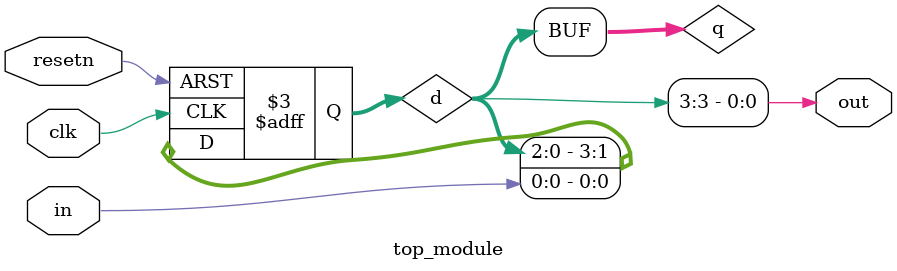
<source format=sv>
module top_module (
	input clk,
	input resetn,
	input in,
	output out
);

reg [3:0] d;
wire [3:0] q;

always @(posedge clk or negedge resetn) begin
	if (~resetn) begin
		d <= 4'b0;
	end else begin
		d <= {d[2:0], in};
	end
end

assign q = d;

assign out = q[3];

endmodule

</source>
